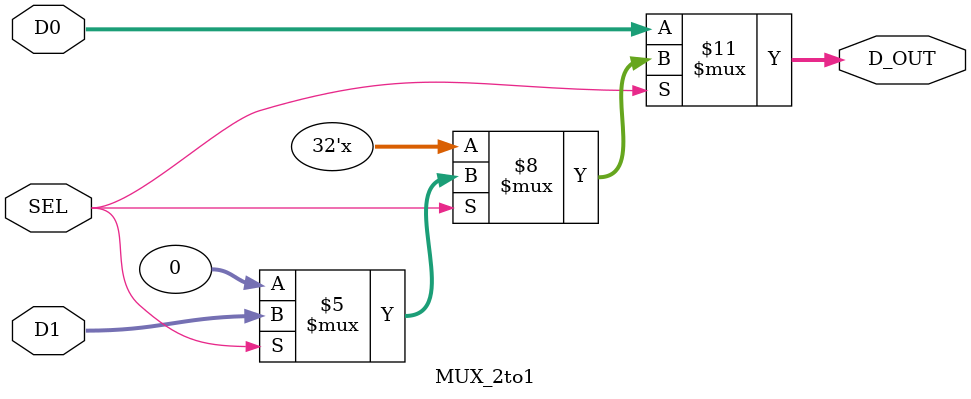
<source format=sv>
`timescale 1ns / 1ps

 
 module MUX_2to1  #(parameter n=32) (
       input wire SEL,
       input wire [n-1:0] D0, 
       input wire [n-1:0] D1, 
       output reg [n-1:0] D_OUT ) ;  

        
       always @ (*)
       begin 
          if      (SEL == 1'b0)  D_OUT = D0;
          else if (SEL == 1'b1)  D_OUT = D1; 
          else                   D_OUT = 0; 
       end
                
endmodule

`default_nettype wire
</source>
